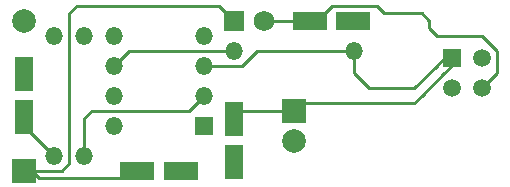
<source format=gtl>
G04 (created by PCBNEW (2013-07-07 BZR 4022)-stable) date Fri 26 Aug 2022 02:56:40 AM CDT*
%MOIN*%
G04 Gerber Fmt 3.4, Leading zero omitted, Abs format*
%FSLAX34Y34*%
G01*
G70*
G90*
G04 APERTURE LIST*
%ADD10C,0.00590551*%
%ADD11R,0.059X0.059*%
%ADD12C,0.059*%
%ADD13O,0.059X0.059*%
%ADD14R,0.059X0.114*%
%ADD15R,0.114X0.059*%
%ADD16R,0.069X0.069*%
%ADD17C,0.069*%
%ADD18C,0.079*%
%ADD19R,0.079X0.079*%
%ADD20C,0.01*%
G04 APERTURE END LIST*
G54D10*
G54D11*
X79250Y-55250D03*
G54D12*
X80250Y-56250D03*
X80250Y-55250D03*
X79250Y-56250D03*
G54D13*
X67000Y-54500D03*
X67000Y-58500D03*
X66000Y-58500D03*
X66000Y-54500D03*
X72000Y-55000D03*
X76000Y-55000D03*
G54D11*
X71000Y-57500D03*
G54D13*
X71000Y-56500D03*
X71000Y-55500D03*
X71000Y-54500D03*
X68000Y-54500D03*
X68000Y-55500D03*
X68000Y-57500D03*
X68000Y-56500D03*
G54D14*
X72000Y-57275D03*
X72000Y-58725D03*
X65000Y-57225D03*
X65000Y-55775D03*
G54D15*
X68775Y-59000D03*
X70225Y-59000D03*
X74525Y-54000D03*
X75975Y-54000D03*
G54D16*
X72000Y-54000D03*
G54D17*
X73000Y-54000D03*
G54D18*
X65000Y-54000D03*
G54D19*
X65000Y-59000D03*
G54D18*
X74000Y-58000D03*
G54D19*
X74000Y-57000D03*
G54D20*
X71000Y-55500D02*
X72250Y-55500D01*
X72750Y-55000D02*
X76000Y-55000D01*
X72250Y-55500D02*
X72750Y-55000D01*
X76500Y-56250D02*
X76250Y-56000D01*
X78750Y-55500D02*
X79000Y-55250D01*
X78750Y-55500D02*
X78000Y-56250D01*
X79250Y-55250D02*
X79000Y-55250D01*
X76750Y-56250D02*
X76500Y-56250D01*
X78000Y-56250D02*
X76750Y-56250D01*
X76000Y-55500D02*
X76000Y-55000D01*
X76000Y-55750D02*
X76000Y-55500D01*
X76250Y-56000D02*
X76000Y-55750D01*
X74000Y-57000D02*
X72000Y-57000D01*
X76250Y-56750D02*
X74250Y-56750D01*
X78250Y-56500D02*
X78000Y-56750D01*
X76750Y-56750D02*
X76250Y-56750D01*
X78000Y-56750D02*
X76750Y-56750D01*
X79000Y-55750D02*
X79250Y-55500D01*
X78250Y-56500D02*
X79000Y-55750D01*
X79250Y-55250D02*
X79250Y-55500D01*
X74250Y-56750D02*
X74000Y-57000D01*
X77000Y-53750D02*
X78250Y-53750D01*
X78250Y-53750D02*
X78500Y-54000D01*
X78500Y-54000D02*
X78500Y-54250D01*
X78500Y-54250D02*
X78750Y-54500D01*
X78750Y-54500D02*
X80250Y-54500D01*
X80250Y-54500D02*
X80750Y-55000D01*
X80750Y-55000D02*
X80750Y-55750D01*
X80750Y-55750D02*
X80250Y-56250D01*
X77000Y-53750D02*
X76750Y-53500D01*
X74750Y-54000D02*
X74250Y-54000D01*
X75250Y-53500D02*
X74750Y-54000D01*
X76750Y-53500D02*
X75250Y-53500D01*
X73000Y-54000D02*
X74250Y-54000D01*
X80250Y-54500D02*
X78750Y-54500D01*
X78500Y-54000D02*
X78250Y-53750D01*
X78500Y-54250D02*
X78500Y-54000D01*
X78750Y-54500D02*
X78500Y-54250D01*
X77000Y-53750D02*
X77000Y-53750D01*
X80250Y-56250D02*
X80750Y-55750D01*
X80500Y-54750D02*
X80250Y-54500D01*
X80750Y-55000D02*
X80500Y-54750D01*
X80750Y-55750D02*
X80750Y-55000D01*
X67000Y-58500D02*
X67000Y-57250D01*
X70500Y-57000D02*
X71000Y-56500D01*
X67250Y-57000D02*
X70500Y-57000D01*
X67000Y-57250D02*
X67250Y-57000D01*
X65000Y-57500D02*
X66000Y-58500D01*
X68000Y-55500D02*
X68500Y-55000D01*
X68500Y-55000D02*
X72000Y-55000D01*
X71000Y-53500D02*
X71500Y-53500D01*
X66500Y-58750D02*
X66250Y-59000D01*
X65000Y-59000D02*
X66250Y-59000D01*
X67750Y-53500D02*
X66750Y-53500D01*
X69000Y-53500D02*
X67750Y-53500D01*
X71000Y-53500D02*
X69000Y-53500D01*
X66500Y-53750D02*
X66500Y-58000D01*
X66750Y-53500D02*
X66500Y-53750D01*
X66500Y-58000D02*
X66500Y-58750D01*
X71500Y-53500D02*
X72000Y-54000D01*
X65000Y-59000D02*
X65250Y-59000D01*
X68250Y-59250D02*
X68500Y-59000D01*
X65500Y-59250D02*
X68250Y-59250D01*
X65250Y-59000D02*
X65500Y-59250D01*
M02*

</source>
